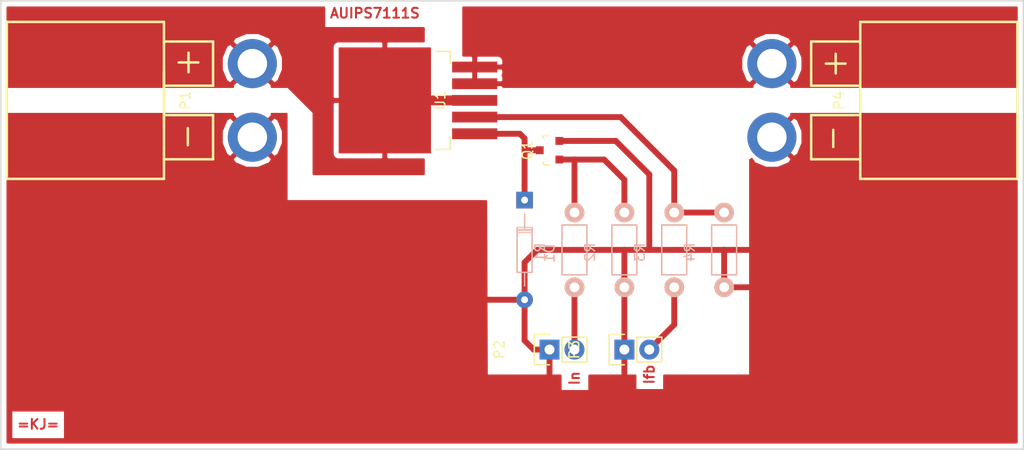
<source format=kicad_pcb>
(kicad_pcb (version 4) (host pcbnew 4.0.4+e1-6308~48~ubuntu16.04.1-stable)

  (general
    (links 19)
    (no_connects 5)
    (area 91.364999 114.224999 195.655001 160.095001)
    (thickness 1.6)
    (drawings 8)
    (tracks 38)
    (zones 0)
    (modules 11)
    (nets 9)
  )

  (page A4)
  (layers
    (0 F.Cu signal)
    (31 B.Cu signal)
    (32 B.Adhes user)
    (33 F.Adhes user)
    (34 B.Paste user)
    (35 F.Paste user)
    (36 B.SilkS user)
    (37 F.SilkS user)
    (38 B.Mask user)
    (39 F.Mask user)
    (40 Dwgs.User user)
    (41 Cmts.User user)
    (42 Eco1.User user)
    (43 Eco2.User user)
    (44 Edge.Cuts user)
    (45 Margin user)
    (46 B.CrtYd user)
    (47 F.CrtYd user)
    (48 B.Fab user)
    (49 F.Fab user)
  )

  (setup
    (last_trace_width 0.6)
    (user_trace_width 0.4)
    (user_trace_width 0.5)
    (user_trace_width 0.6)
    (user_trace_width 1)
    (user_trace_width 2)
    (user_trace_width 3)
    (user_trace_width 4)
    (user_trace_width 5)
    (trace_clearance 0.2)
    (zone_clearance 0.508)
    (zone_45_only no)
    (trace_min 0.2)
    (segment_width 0.2)
    (edge_width 0.15)
    (via_size 0.6)
    (via_drill 0.4)
    (via_min_size 0.4)
    (via_min_drill 0.3)
    (uvia_size 0.3)
    (uvia_drill 0.1)
    (uvias_allowed no)
    (uvia_min_size 0.2)
    (uvia_min_drill 0.1)
    (pcb_text_width 0.3)
    (pcb_text_size 1.5 1.5)
    (mod_edge_width 0.15)
    (mod_text_size 1 1)
    (mod_text_width 0.15)
    (pad_size 1.524 1.524)
    (pad_drill 0.762)
    (pad_to_mask_clearance 0.2)
    (aux_axis_origin 0 0)
    (visible_elements FFFCFF7F)
    (pcbplotparams
      (layerselection 0x01000_00000001)
      (usegerberextensions false)
      (excludeedgelayer true)
      (linewidth 0.100000)
      (plotframeref false)
      (viasonmask false)
      (mode 1)
      (useauxorigin false)
      (hpglpennumber 1)
      (hpglpenspeed 20)
      (hpglpendiameter 15)
      (hpglpenoverlay 2)
      (psnegative false)
      (psa4output false)
      (plotreference true)
      (plotvalue true)
      (plotinvisibletext false)
      (padsonsilk false)
      (subtractmaskfromsilk false)
      (outputformat 1)
      (mirror false)
      (drillshape 0)
      (scaleselection 1)
      (outputdirectory ../../../../media/mdh/KINGSTON/))
  )

  (net 0 "")
  (net 1 "Net-(D1-Pad1)")
  (net 2 "Net-(Q1-Pad1)")
  (net 3 "Net-(R3-Pad1)")
  (net 4 GND)
  (net 5 VCC)
  (net 6 /In)
  (net 7 /Current_fb)
  (net 8 /Out)

  (net_class Default "This is the default net class."
    (clearance 0.2)
    (trace_width 0.25)
    (via_dia 0.6)
    (via_drill 0.4)
    (uvia_dia 0.3)
    (uvia_drill 0.1)
    (add_net /Current_fb)
    (add_net /In)
    (add_net /Out)
    (add_net GND)
    (add_net "Net-(D1-Pad1)")
    (add_net "Net-(Q1-Pad1)")
    (add_net "Net-(R3-Pad1)")
    (add_net VCC)
  )

  (module KiCad-Dev:CONN_XT60_Male1_Horizontal (layer F.Cu) (tedit 5831C3AB) (tstamp 58357207)
    (at 99.06 124.46 270)
    (tags "XT60 conn")
    (path /583573FC)
    (fp_text reference P1 (at 0 -11.176 270) (layer F.SilkS)
      (effects (font (size 1 1) (thickness 0.15)))
    )
    (fp_text value CONN_XT60_Male (at 0.06 -5 270) (layer F.Fab)
      (effects (font (size 1 1) (thickness 0.15)))
    )
    (fp_line (start -3.87 -12.5) (end -3.87 -10.5) (layer F.SilkS) (width 0.254))
    (fp_line (start 2.822 -11.43) (end 4.572 -11.43) (layer F.SilkS) (width 0.254))
    (fp_line (start -4.87 -11.5) (end -2.87 -11.5) (layer F.SilkS) (width 0.254))
    (fp_line (start 6 -14) (end 6 -9) (layer F.SilkS) (width 0.254))
    (fp_line (start 1.5 -14) (end 6 -14) (layer F.SilkS) (width 0.254))
    (fp_line (start 1.5 -9) (end 1.5 -14) (layer F.SilkS) (width 0.254))
    (fp_line (start -3 -9) (end 2 -9) (layer F.SilkS) (width 0.254))
    (fp_line (start -1.5 -14) (end -1.5 -9) (layer F.SilkS) (width 0.254))
    (fp_line (start -6 -14) (end -1.5 -14) (layer F.SilkS) (width 0.254))
    (fp_line (start -6 -9) (end -6 -14) (layer F.SilkS) (width 0.254))
    (fp_line (start -8 -9) (end 8 -9) (layer F.SilkS) (width 0.254))
    (fp_line (start -8 7) (end 8 7) (layer F.SilkS) (width 0.254))
    (fp_line (start -8 -9) (end -8 7) (layer F.SilkS) (width 0.254))
    (fp_line (start 8 -9) (end 8 7) (layer F.SilkS) (width 0.254))
    (pad 1 thru_hole circle (at 3.75 -18 270) (size 5 5) (drill 3) (layers *.Cu *.Mask)
      (net 4 GND))
    (pad 2 thru_hole circle (at -3.75 -18 270) (size 5 5) (drill 3) (layers *.Cu *.Mask)
      (net 5 VCC))
  )

  (module Pin_Headers:Pin_Header_Straight_1x02 (layer F.Cu) (tedit 54EA090C) (tstamp 5835720D)
    (at 147.32 149.86 90)
    (descr "Through hole pin header")
    (tags "pin header")
    (path /5835785D)
    (fp_text reference P2 (at 0 -5.1 90) (layer F.SilkS)
      (effects (font (size 1 1) (thickness 0.15)))
    )
    (fp_text value CONN_01X02 (at 0 -3.1 90) (layer F.Fab)
      (effects (font (size 1 1) (thickness 0.15)))
    )
    (fp_line (start 1.27 1.27) (end 1.27 3.81) (layer F.SilkS) (width 0.15))
    (fp_line (start 1.55 -1.55) (end 1.55 0) (layer F.SilkS) (width 0.15))
    (fp_line (start -1.75 -1.75) (end -1.75 4.3) (layer F.CrtYd) (width 0.05))
    (fp_line (start 1.75 -1.75) (end 1.75 4.3) (layer F.CrtYd) (width 0.05))
    (fp_line (start -1.75 -1.75) (end 1.75 -1.75) (layer F.CrtYd) (width 0.05))
    (fp_line (start -1.75 4.3) (end 1.75 4.3) (layer F.CrtYd) (width 0.05))
    (fp_line (start 1.27 1.27) (end -1.27 1.27) (layer F.SilkS) (width 0.15))
    (fp_line (start -1.55 0) (end -1.55 -1.55) (layer F.SilkS) (width 0.15))
    (fp_line (start -1.55 -1.55) (end 1.55 -1.55) (layer F.SilkS) (width 0.15))
    (fp_line (start -1.27 1.27) (end -1.27 3.81) (layer F.SilkS) (width 0.15))
    (fp_line (start -1.27 3.81) (end 1.27 3.81) (layer F.SilkS) (width 0.15))
    (pad 1 thru_hole rect (at 0 0 90) (size 2.032 2.032) (drill 1.016) (layers *.Cu *.Mask)
      (net 4 GND))
    (pad 2 thru_hole oval (at 0 2.54 90) (size 2.032 2.032) (drill 1.016) (layers *.Cu *.Mask)
      (net 6 /In))
    (model Pin_Headers.3dshapes/Pin_Header_Straight_1x02.wrl
      (at (xyz 0 -0.05 0))
      (scale (xyz 1 1 1))
      (rotate (xyz 0 0 90))
    )
  )

  (module Pin_Headers:Pin_Header_Straight_1x02 (layer F.Cu) (tedit 54EA090C) (tstamp 58357213)
    (at 154.94 149.86 90)
    (descr "Through hole pin header")
    (tags "pin header")
    (path /58357B73)
    (fp_text reference P3 (at 0 -5.1 90) (layer F.SilkS)
      (effects (font (size 1 1) (thickness 0.15)))
    )
    (fp_text value CONN_01X02 (at 0 -3.1 90) (layer F.Fab)
      (effects (font (size 1 1) (thickness 0.15)))
    )
    (fp_line (start 1.27 1.27) (end 1.27 3.81) (layer F.SilkS) (width 0.15))
    (fp_line (start 1.55 -1.55) (end 1.55 0) (layer F.SilkS) (width 0.15))
    (fp_line (start -1.75 -1.75) (end -1.75 4.3) (layer F.CrtYd) (width 0.05))
    (fp_line (start 1.75 -1.75) (end 1.75 4.3) (layer F.CrtYd) (width 0.05))
    (fp_line (start -1.75 -1.75) (end 1.75 -1.75) (layer F.CrtYd) (width 0.05))
    (fp_line (start -1.75 4.3) (end 1.75 4.3) (layer F.CrtYd) (width 0.05))
    (fp_line (start 1.27 1.27) (end -1.27 1.27) (layer F.SilkS) (width 0.15))
    (fp_line (start -1.55 0) (end -1.55 -1.55) (layer F.SilkS) (width 0.15))
    (fp_line (start -1.55 -1.55) (end 1.55 -1.55) (layer F.SilkS) (width 0.15))
    (fp_line (start -1.27 1.27) (end -1.27 3.81) (layer F.SilkS) (width 0.15))
    (fp_line (start -1.27 3.81) (end 1.27 3.81) (layer F.SilkS) (width 0.15))
    (pad 1 thru_hole rect (at 0 0 90) (size 2.032 2.032) (drill 1.016) (layers *.Cu *.Mask)
      (net 4 GND))
    (pad 2 thru_hole oval (at 0 2.54 90) (size 2.032 2.032) (drill 1.016) (layers *.Cu *.Mask)
      (net 7 /Current_fb))
    (model Pin_Headers.3dshapes/Pin_Header_Straight_1x02.wrl
      (at (xyz 0 -0.05 0))
      (scale (xyz 1 1 1))
      (rotate (xyz 0 0 90))
    )
  )

  (module KiCad-Dev:CONN_XT60_Female_Horizontal (layer F.Cu) (tedit 5831A673) (tstamp 58357219)
    (at 187.96 124.46 90)
    (tags "XT60 conn")
    (path /58357307)
    (fp_text reference P4 (at 0 -11.176 90) (layer F.SilkS)
      (effects (font (size 1 1) (thickness 0.15)))
    )
    (fp_text value CONN_XT60_Female (at 0.06 -5 90) (layer F.Fab)
      (effects (font (size 1 1) (thickness 0.15)))
    )
    (fp_line (start 3.75 -12.5) (end 3.75 -10.5) (layer F.SilkS) (width 0.254))
    (fp_line (start -4.75 -11.75) (end -3 -11.75) (layer F.SilkS) (width 0.254))
    (fp_line (start 2.75 -11.5) (end 4.75 -11.5) (layer F.SilkS) (width 0.254))
    (fp_line (start 6 -14) (end 6 -9) (layer F.SilkS) (width 0.254))
    (fp_line (start 1.5 -14) (end 6 -14) (layer F.SilkS) (width 0.254))
    (fp_line (start 1.5 -9) (end 1.5 -14) (layer F.SilkS) (width 0.254))
    (fp_line (start -3 -9) (end 2 -9) (layer F.SilkS) (width 0.254))
    (fp_line (start -1.5 -14) (end -1.5 -9) (layer F.SilkS) (width 0.254))
    (fp_line (start -6 -14) (end -1.5 -14) (layer F.SilkS) (width 0.254))
    (fp_line (start -6 -9) (end -6 -14) (layer F.SilkS) (width 0.254))
    (fp_line (start -8 -9) (end 8 -9) (layer F.SilkS) (width 0.254))
    (fp_line (start -8 7) (end 8 7) (layer F.SilkS) (width 0.254))
    (fp_line (start -8 -9) (end -8 7) (layer F.SilkS) (width 0.254))
    (fp_line (start 8 -9) (end 8 7) (layer F.SilkS) (width 0.254))
    (pad 2 thru_hole circle (at 3.75 -18 90) (size 5 5) (drill 3) (layers *.Cu *.Mask)
      (net 8 /Out))
    (pad 1 thru_hole circle (at -3.75 -18 90) (size 5 5) (drill 3) (layers *.Cu *.Mask)
      (net 4 GND))
  )

  (module TO_SOT_Packages_SMD:SOT-23 (layer F.Cu) (tedit 553634F8) (tstamp 58357220)
    (at 147.32 129.54 90)
    (descr "SOT-23, Standard")
    (tags SOT-23)
    (path /58358AEB)
    (attr smd)
    (fp_text reference Q1 (at 0 -2.25 90) (layer F.SilkS)
      (effects (font (size 1 1) (thickness 0.15)))
    )
    (fp_text value BC847CE6327HTSA1 (at 0 2.3 90) (layer F.Fab)
      (effects (font (size 1 1) (thickness 0.15)))
    )
    (fp_line (start -1.65 -1.6) (end 1.65 -1.6) (layer F.CrtYd) (width 0.05))
    (fp_line (start 1.65 -1.6) (end 1.65 1.6) (layer F.CrtYd) (width 0.05))
    (fp_line (start 1.65 1.6) (end -1.65 1.6) (layer F.CrtYd) (width 0.05))
    (fp_line (start -1.65 1.6) (end -1.65 -1.6) (layer F.CrtYd) (width 0.05))
    (fp_line (start 1.29916 -0.65024) (end 1.2509 -0.65024) (layer F.SilkS) (width 0.15))
    (fp_line (start -1.49982 0.0508) (end -1.49982 -0.65024) (layer F.SilkS) (width 0.15))
    (fp_line (start -1.49982 -0.65024) (end -1.2509 -0.65024) (layer F.SilkS) (width 0.15))
    (fp_line (start 1.29916 -0.65024) (end 1.49982 -0.65024) (layer F.SilkS) (width 0.15))
    (fp_line (start 1.49982 -0.65024) (end 1.49982 0.0508) (layer F.SilkS) (width 0.15))
    (pad 1 smd rect (at -0.95 1.00076 90) (size 0.8001 0.8001) (layers F.Cu F.Paste F.Mask)
      (net 2 "Net-(Q1-Pad1)"))
    (pad 2 smd rect (at 0.95 1.00076 90) (size 0.8001 0.8001) (layers F.Cu F.Paste F.Mask)
      (net 4 GND))
    (pad 3 smd rect (at 0 -0.99822 90) (size 0.8001 0.8001) (layers F.Cu F.Paste F.Mask)
      (net 1 "Net-(D1-Pad1)"))
    (model TO_SOT_Packages_SMD.3dshapes/SOT-23.wrl
      (at (xyz 0 0 0))
      (scale (xyz 1 1 1))
      (rotate (xyz 0 0 0))
    )
  )

  (module TO_SOT_Packages_SMD:TO-263-5Lead (layer F.Cu) (tedit 55D39254) (tstamp 58357242)
    (at 139.7 124.46 180)
    (descr "D2PAK / TO-263 3-lead smd package")
    (tags "D2PAK D2PAK-3 TO-263AB TO-263")
    (path /583564EC)
    (attr smd)
    (fp_text reference U1 (at 3.5 0 270) (layer F.SilkS)
      (effects (font (size 1 1) (thickness 0.15)))
    )
    (fp_text value AUIPS7111S (at 15.25 -0.25 270) (layer F.Fab)
      (effects (font (size 1 1) (thickness 0.15)))
    )
    (fp_line (start 14.1 5.65) (end -2.55 5.65) (layer F.CrtYd) (width 0.05))
    (fp_line (start 14.1 -5.65) (end 14.1 5.65) (layer F.CrtYd) (width 0.05))
    (fp_line (start 14.1 -5.65) (end -2.55 -5.65) (layer F.CrtYd) (width 0.05))
    (fp_line (start -2.55 -5.65) (end -2.55 5.65) (layer F.CrtYd) (width 0.05))
    (fp_line (start 2.5 5) (end 2.5 3.75) (layer F.SilkS) (width 0.15))
    (fp_line (start 2.5 5) (end 4 5) (layer F.SilkS) (width 0.15))
    (fp_line (start 2.5 -5) (end 4 -5) (layer F.SilkS) (width 0.15))
    (fp_line (start 2.5 -5) (end 2.5 -3.75) (layer F.SilkS) (width 0.15))
    (pad 5 smd rect (at 0 3.4 180) (size 4.6 1.1) (layers F.Cu F.Paste F.Mask)
      (net 8 /Out))
    (pad 4 smd rect (at 0 1.7 180) (size 4.6 1.1) (layers F.Cu F.Paste F.Mask)
      (net 8 /Out))
    (pad 2 smd rect (at 0 -1.7 180) (size 4.6 1.1) (layers F.Cu F.Paste F.Mask)
      (net 3 "Net-(R3-Pad1)"))
    (pad 3 smd rect (at 9.15 0 180) (size 9.4 10.8) (layers F.Cu F.Paste F.Mask)
      (net 5 VCC))
    (pad 3 smd rect (at 0 0 180) (size 4.6 1.1) (layers F.Cu F.Paste F.Mask)
      (net 5 VCC))
    (pad 1 smd rect (at 0 -3.4 180) (size 4.6 1.1) (layers F.Cu F.Paste F.Mask)
      (net 1 "Net-(D1-Pad1)"))
    (model TO_SOT_Packages_SMD.3dshapes/TO-263-5Lead.wrl
      (at (xyz 0 0 0))
      (scale (xyz 1 1 1))
      (rotate (xyz 0 0 90))
    )
  )

  (module Diodes_ThroughHole:Diode_DO-35_SOD27_Horizontal_RM10 (layer B.Cu) (tedit 552FFC30) (tstamp 5835739A)
    (at 144.78254 134.619329 270)
    (descr "Diode, DO-35,  SOD27, Horizontal, RM 10mm")
    (tags "Diode, DO-35, SOD27, Horizontal, RM 10mm, 1N4148,")
    (path /58356FF0)
    (fp_text reference D1 (at 5.43052 -2.53746 270) (layer B.SilkS)
      (effects (font (size 1 1) (thickness 0.15)) (justify mirror))
    )
    (fp_text value D (at 4.41452 3.55854 270) (layer B.Fab)
      (effects (font (size 1 1) (thickness 0.15)) (justify mirror))
    )
    (fp_line (start 7.36652 0.00254) (end 8.76352 0.00254) (layer B.SilkS) (width 0.15))
    (fp_line (start 2.92152 0.00254) (end 1.39752 0.00254) (layer B.SilkS) (width 0.15))
    (fp_line (start 3.30252 0.76454) (end 3.30252 -0.75946) (layer B.SilkS) (width 0.15))
    (fp_line (start 3.04852 0.76454) (end 3.04852 -0.75946) (layer B.SilkS) (width 0.15))
    (fp_line (start 2.79452 0.00254) (end 2.79452 -0.75946) (layer B.SilkS) (width 0.15))
    (fp_line (start 2.79452 -0.75946) (end 7.36652 -0.75946) (layer B.SilkS) (width 0.15))
    (fp_line (start 7.36652 -0.75946) (end 7.36652 0.76454) (layer B.SilkS) (width 0.15))
    (fp_line (start 7.36652 0.76454) (end 2.79452 0.76454) (layer B.SilkS) (width 0.15))
    (fp_line (start 2.79452 0.76454) (end 2.79452 0.00254) (layer B.SilkS) (width 0.15))
    (pad 2 thru_hole circle (at 10.16052 0.00254 90) (size 1.69926 1.69926) (drill 0.70104) (layers *.Cu *.Mask)
      (net 4 GND))
    (pad 1 thru_hole rect (at 0.00052 0.00254 90) (size 1.69926 1.69926) (drill 0.70104) (layers *.Cu *.Mask)
      (net 1 "Net-(D1-Pad1)"))
    (model Diodes_ThroughHole.3dshapes/Diode_DO-35_SOD27_Horizontal_RM10.wrl
      (at (xyz 0.2 0 0))
      (scale (xyz 0.4 0.4 0.4))
      (rotate (xyz 0 0 180))
    )
  )

  (module Resistors_ThroughHole:Resistor_Horizontal_RM7mm (layer B.Cu) (tedit 569FCF07) (tstamp 5835739F)
    (at 149.86 135.89 270)
    (descr "Resistor, Axial,  RM 7.62mm, 1/3W,")
    (tags "Resistor Axial RM 7.62mm 1/3W R3")
    (path /58358099)
    (fp_text reference R1 (at 4.05892 3.50012 270) (layer B.SilkS)
      (effects (font (size 1 1) (thickness 0.15)) (justify mirror))
    )
    (fp_text value 4.7k (at 3.81 -3.81 270) (layer B.Fab)
      (effects (font (size 1 1) (thickness 0.15)) (justify mirror))
    )
    (fp_line (start -1.25 1.5) (end 8.85 1.5) (layer B.CrtYd) (width 0.05))
    (fp_line (start -1.25 -1.5) (end -1.25 1.5) (layer B.CrtYd) (width 0.05))
    (fp_line (start 8.85 1.5) (end 8.85 -1.5) (layer B.CrtYd) (width 0.05))
    (fp_line (start -1.25 -1.5) (end 8.85 -1.5) (layer B.CrtYd) (width 0.05))
    (fp_line (start 1.27 1.27) (end 6.35 1.27) (layer B.SilkS) (width 0.15))
    (fp_line (start 6.35 1.27) (end 6.35 -1.27) (layer B.SilkS) (width 0.15))
    (fp_line (start 6.35 -1.27) (end 1.27 -1.27) (layer B.SilkS) (width 0.15))
    (fp_line (start 1.27 -1.27) (end 1.27 1.27) (layer B.SilkS) (width 0.15))
    (pad 1 thru_hole circle (at 0 0 270) (size 1.99898 1.99898) (drill 1.00076) (layers *.Cu *.SilkS *.Mask)
      (net 2 "Net-(Q1-Pad1)"))
    (pad 2 thru_hole circle (at 7.62 0 270) (size 1.99898 1.99898) (drill 1.00076) (layers *.Cu *.SilkS *.Mask)
      (net 6 /In))
  )

  (module Resistors_ThroughHole:Resistor_Horizontal_RM7mm (layer B.Cu) (tedit 569FCF07) (tstamp 583573A4)
    (at 154.94 135.89 270)
    (descr "Resistor, Axial,  RM 7.62mm, 1/3W,")
    (tags "Resistor Axial RM 7.62mm 1/3W R3")
    (path /583570F7)
    (fp_text reference R2 (at 4.05892 3.50012 270) (layer B.SilkS)
      (effects (font (size 1 1) (thickness 0.15)) (justify mirror))
    )
    (fp_text value 4.7k (at 3.81 -3.81 270) (layer B.Fab)
      (effects (font (size 1 1) (thickness 0.15)) (justify mirror))
    )
    (fp_line (start -1.25 1.5) (end 8.85 1.5) (layer B.CrtYd) (width 0.05))
    (fp_line (start -1.25 -1.5) (end -1.25 1.5) (layer B.CrtYd) (width 0.05))
    (fp_line (start 8.85 1.5) (end 8.85 -1.5) (layer B.CrtYd) (width 0.05))
    (fp_line (start -1.25 -1.5) (end 8.85 -1.5) (layer B.CrtYd) (width 0.05))
    (fp_line (start 1.27 1.27) (end 6.35 1.27) (layer B.SilkS) (width 0.15))
    (fp_line (start 6.35 1.27) (end 6.35 -1.27) (layer B.SilkS) (width 0.15))
    (fp_line (start 6.35 -1.27) (end 1.27 -1.27) (layer B.SilkS) (width 0.15))
    (fp_line (start 1.27 -1.27) (end 1.27 1.27) (layer B.SilkS) (width 0.15))
    (pad 1 thru_hole circle (at 0 0 270) (size 1.99898 1.99898) (drill 1.00076) (layers *.Cu *.SilkS *.Mask)
      (net 2 "Net-(Q1-Pad1)"))
    (pad 2 thru_hole circle (at 7.62 0 270) (size 1.99898 1.99898) (drill 1.00076) (layers *.Cu *.SilkS *.Mask)
      (net 4 GND))
  )

  (module Resistors_ThroughHole:Resistor_Horizontal_RM7mm (layer B.Cu) (tedit 569FCF07) (tstamp 583573A9)
    (at 160.02 135.889849 270)
    (descr "Resistor, Axial,  RM 7.62mm, 1/3W,")
    (tags "Resistor Axial RM 7.62mm 1/3W R3")
    (path /58357DFE)
    (fp_text reference R3 (at 4.05892 3.50012 270) (layer B.SilkS)
      (effects (font (size 1 1) (thickness 0.15)) (justify mirror))
    )
    (fp_text value 10k (at 3.81 -3.81 270) (layer B.Fab)
      (effects (font (size 1 1) (thickness 0.15)) (justify mirror))
    )
    (fp_line (start -1.25 1.5) (end 8.85 1.5) (layer B.CrtYd) (width 0.05))
    (fp_line (start -1.25 -1.5) (end -1.25 1.5) (layer B.CrtYd) (width 0.05))
    (fp_line (start 8.85 1.5) (end 8.85 -1.5) (layer B.CrtYd) (width 0.05))
    (fp_line (start -1.25 -1.5) (end 8.85 -1.5) (layer B.CrtYd) (width 0.05))
    (fp_line (start 1.27 1.27) (end 6.35 1.27) (layer B.SilkS) (width 0.15))
    (fp_line (start 6.35 1.27) (end 6.35 -1.27) (layer B.SilkS) (width 0.15))
    (fp_line (start 6.35 -1.27) (end 1.27 -1.27) (layer B.SilkS) (width 0.15))
    (fp_line (start 1.27 -1.27) (end 1.27 1.27) (layer B.SilkS) (width 0.15))
    (pad 1 thru_hole circle (at 0 0 270) (size 1.99898 1.99898) (drill 1.00076) (layers *.Cu *.SilkS *.Mask)
      (net 3 "Net-(R3-Pad1)"))
    (pad 2 thru_hole circle (at 7.62 0 270) (size 1.99898 1.99898) (drill 1.00076) (layers *.Cu *.SilkS *.Mask)
      (net 7 /Current_fb))
  )

  (module Resistors_ThroughHole:Resistor_Horizontal_RM7mm (layer B.Cu) (tedit 569FCF07) (tstamp 583573AE)
    (at 165.1 135.889849 270)
    (descr "Resistor, Axial,  RM 7.62mm, 1/3W,")
    (tags "Resistor Axial RM 7.62mm 1/3W R3")
    (path /58357C8A)
    (fp_text reference R4 (at 4.05892 3.50012 270) (layer B.SilkS)
      (effects (font (size 1 1) (thickness 0.15)) (justify mirror))
    )
    (fp_text value 3.3k (at 3.81 -3.81 270) (layer B.Fab)
      (effects (font (size 1 1) (thickness 0.15)) (justify mirror))
    )
    (fp_line (start -1.25 1.5) (end 8.85 1.5) (layer B.CrtYd) (width 0.05))
    (fp_line (start -1.25 -1.5) (end -1.25 1.5) (layer B.CrtYd) (width 0.05))
    (fp_line (start 8.85 1.5) (end 8.85 -1.5) (layer B.CrtYd) (width 0.05))
    (fp_line (start -1.25 -1.5) (end 8.85 -1.5) (layer B.CrtYd) (width 0.05))
    (fp_line (start 1.27 1.27) (end 6.35 1.27) (layer B.SilkS) (width 0.15))
    (fp_line (start 6.35 1.27) (end 6.35 -1.27) (layer B.SilkS) (width 0.15))
    (fp_line (start 6.35 -1.27) (end 1.27 -1.27) (layer B.SilkS) (width 0.15))
    (fp_line (start 1.27 -1.27) (end 1.27 1.27) (layer B.SilkS) (width 0.15))
    (pad 1 thru_hole circle (at 0 0 270) (size 1.99898 1.99898) (drill 1.00076) (layers *.Cu *.SilkS *.Mask)
      (net 3 "Net-(R3-Pad1)"))
    (pad 2 thru_hole circle (at 7.62 0 270) (size 1.99898 1.99898) (drill 1.00076) (layers *.Cu *.SilkS *.Mask)
      (net 4 GND))
  )

  (gr_text =KJ= (at 95.25 157.48) (layer F.Cu) (tstamp 58357A1C)
    (effects (font (size 1 1) (thickness 0.2)))
  )
  (gr_text Ifb (at 157.48 152.4 90) (layer F.Cu) (tstamp 583579CA)
    (effects (font (size 1 1) (thickness 0.2)))
  )
  (gr_text "In " (at 149.86 152.4 90) (layer F.Cu) (tstamp 583579BE)
    (effects (font (size 1 1) (thickness 0.2)))
  )
  (gr_text AUIPS7111S (at 129.54 115.57) (layer F.Cu)
    (effects (font (size 1 1) (thickness 0.2)))
  )
  (gr_line (start 91.44 160.02) (end 91.44 114.3) (layer Edge.Cuts) (width 0.15))
  (gr_line (start 195.58 160.02) (end 91.44 160.02) (layer Edge.Cuts) (width 0.15))
  (gr_line (start 195.58 114.3) (end 195.58 160.02) (layer Edge.Cuts) (width 0.15))
  (gr_line (start 91.44 114.3) (end 195.58 114.3) (layer Edge.Cuts) (width 0.15))

  (segment (start 146.32178 129.54) (end 144.78 129.54) (width 0.6) (layer F.Cu) (net 1))
  (segment (start 139.7 127.86) (end 144.304386 127.86) (width 0.6) (layer F.Cu) (net 1))
  (segment (start 144.304386 127.86) (end 144.78 128.335614) (width 0.6) (layer F.Cu) (net 1))
  (segment (start 144.78 128.335614) (end 144.78 133.170219) (width 0.6) (layer F.Cu) (net 1))
  (segment (start 144.78 133.170219) (end 144.78 134.619849) (width 0.6) (layer F.Cu) (net 1))
  (segment (start 152.878988 130.49) (end 149.86 130.49) (width 0.6) (layer F.Cu) (net 2))
  (segment (start 149.86 135.889849) (end 149.86 130.49) (width 0.6) (layer F.Cu) (net 2))
  (segment (start 149.86 130.49) (end 148.32076 130.49) (width 0.6) (layer F.Cu) (net 2))
  (segment (start 154.94 135.889849) (end 154.94 132.551012) (width 0.6) (layer F.Cu) (net 2))
  (segment (start 154.94 132.551012) (end 152.878988 130.49) (width 0.6) (layer F.Cu) (net 2))
  (segment (start 165.1 135.889849) (end 160.02 135.889849) (width 0.6) (layer F.Cu) (net 3))
  (segment (start 139.7 126.16) (end 154.56219 126.16) (width 0.6) (layer F.Cu) (net 3))
  (segment (start 154.56219 126.16) (end 160.02 131.61781) (width 0.6) (layer F.Cu) (net 3))
  (segment (start 160.02 131.61781) (end 160.02 135.889849) (width 0.6) (layer F.Cu) (net 3))
  (segment (start 165.1 143.509849) (end 170.179849 143.509849) (width 0.6) (layer F.Cu) (net 4))
  (segment (start 154.94 149.86) (end 154.94 153.67) (width 0.6) (layer F.Cu) (net 4))
  (segment (start 147.32 149.86) (end 147.32 153.67) (width 0.6) (layer F.Cu) (net 4))
  (segment (start 144.78 144.779849) (end 139.700151 144.779849) (width 0.6) (layer F.Cu) (net 4))
  (segment (start 154.94 139.7) (end 157.48 139.7) (width 0.6) (layer F.Cu) (net 4))
  (segment (start 157.48 132.007051) (end 157.48 139.7) (width 0.6) (layer F.Cu) (net 4))
  (segment (start 157.48 139.7) (end 165.1 139.7) (width 0.6) (layer F.Cu) (net 4))
  (segment (start 146.05 139.7) (end 154.94 139.7) (width 0.6) (layer F.Cu) (net 4))
  (segment (start 154.94 143.51) (end 154.94 139.7) (width 0.6) (layer F.Cu) (net 4))
  (segment (start 165.1 139.7) (end 167.64 139.7) (width 0.6) (layer F.Cu) (net 4))
  (segment (start 165.1 143.509849) (end 165.1 139.7) (width 0.6) (layer F.Cu) (net 4))
  (segment (start 144.78 144.779849) (end 144.78 140.97) (width 0.6) (layer F.Cu) (net 4))
  (segment (start 144.78 140.97) (end 146.05 139.7) (width 0.6) (layer F.Cu) (net 4))
  (segment (start 148.32076 128.59) (end 154.062949 128.59) (width 0.6) (layer F.Cu) (net 4))
  (segment (start 154.062949 128.59) (end 157.48 132.007051) (width 0.6) (layer F.Cu) (net 4))
  (segment (start 154.94 143.51) (end 154.94 149.86) (width 0.6) (layer F.Cu) (net 4))
  (segment (start 144.78 144.779849) (end 144.78 148.936) (width 0.6) (layer F.Cu) (net 4))
  (segment (start 145.704 149.86) (end 147.32 149.86) (width 0.6) (layer F.Cu) (net 4))
  (segment (start 144.78 148.936) (end 145.704 149.86) (width 0.6) (layer F.Cu) (net 4))
  (segment (start 139.7 124.46) (end 130.55 124.46) (width 1) (layer F.Cu) (net 5))
  (segment (start 149.86 143.51) (end 149.86 149.86) (width 0.6) (layer F.Cu) (net 6))
  (segment (start 160.02 143.509849) (end 160.02 147.32) (width 0.6) (layer F.Cu) (net 7))
  (segment (start 160.02 147.32) (end 157.48 149.86) (width 0.6) (layer F.Cu) (net 7))
  (segment (start 169.96 120.71) (end 169.61 121.06) (width 1) (layer F.Cu) (net 8))

  (zone (net 8) (net_name /Out) (layer F.Cu) (tstamp 0) (hatch edge 0.508)
    (connect_pads (clearance 0.508))
    (min_thickness 0.254)
    (fill yes (arc_segments 16) (thermal_gap 0.508) (thermal_bridge_width 0.508))
    (polygon
      (pts
        (xy 138.43 114.3) (xy 195.58 114.3) (xy 195.58 123.19) (xy 138.43 123.19)
      )
    )
    (filled_polygon
      (pts
        (xy 194.87 123.063) (xy 171.938221 123.063) (xy 172.016275 122.94588) (xy 169.96 120.889605) (xy 167.903725 122.94588)
        (xy 167.981779 123.063) (xy 142.635 123.063) (xy 142.635 123.04575) (xy 142.47625 122.887) (xy 139.827 122.887)
        (xy 139.827 122.907) (xy 139.573 122.907) (xy 139.573 122.887) (xy 139.553 122.887) (xy 139.553 122.633)
        (xy 139.573 122.633) (xy 139.573 121.187) (xy 139.827 121.187) (xy 139.827 122.633) (xy 142.47625 122.633)
        (xy 142.635 122.47425) (xy 142.635 122.08369) (xy 142.563055 121.91) (xy 142.635 121.73631) (xy 142.635 121.34575)
        (xy 142.47625 121.187) (xy 139.827 121.187) (xy 139.573 121.187) (xy 139.553 121.187) (xy 139.553 120.933)
        (xy 139.573 120.933) (xy 139.573 120.03375) (xy 139.827 120.03375) (xy 139.827 120.933) (xy 142.47625 120.933)
        (xy 142.635 120.77425) (xy 142.635 120.38369) (xy 142.538327 120.150301) (xy 142.475918 120.087892) (xy 166.824706 120.087892)
        (xy 166.825295 121.335072) (xy 167.301436 122.484579) (xy 167.72412 122.766275) (xy 169.780395 120.71) (xy 170.139605 120.71)
        (xy 172.19588 122.766275) (xy 172.618564 122.484579) (xy 173.095294 121.332108) (xy 173.094705 120.084928) (xy 172.618564 118.935421)
        (xy 172.19588 118.653725) (xy 170.139605 120.71) (xy 169.780395 120.71) (xy 167.72412 118.653725) (xy 167.301436 118.935421)
        (xy 166.824706 120.087892) (xy 142.475918 120.087892) (xy 142.359698 119.971673) (xy 142.126309 119.875) (xy 139.98575 119.875)
        (xy 139.827 120.03375) (xy 139.573 120.03375) (xy 139.41425 119.875) (xy 138.557 119.875) (xy 138.557 118.47412)
        (xy 167.903725 118.47412) (xy 169.96 120.530395) (xy 172.016275 118.47412) (xy 171.734579 118.051436) (xy 170.582108 117.574706)
        (xy 169.334928 117.575295) (xy 168.185421 118.051436) (xy 167.903725 118.47412) (xy 138.557 118.47412) (xy 138.557 115.01)
        (xy 194.87 115.01)
      )
    )
  )
  (zone (net 5) (net_name VCC) (layer F.Cu) (tstamp 0) (hatch edge 0.508)
    (connect_pads (clearance 0.508))
    (min_thickness 0.254)
    (fill yes (arc_segments 16) (thermal_gap 0.508) (thermal_bridge_width 0.508))
    (polygon
      (pts
        (xy 91.44 123.19) (xy 120.65 123.19) (xy 123.19 125.73) (xy 123.19 132.08) (xy 134.62 132.08)
        (xy 134.62 114.3) (xy 91.44 114.3)
      )
    )
    (filled_polygon
      (pts
        (xy 124.357381 117.105) (xy 134.493 117.105) (xy 134.493 118.425) (xy 130.83575 118.425) (xy 130.677 118.58375)
        (xy 130.677 124.333) (xy 130.697 124.333) (xy 130.697 124.587) (xy 130.677 124.587) (xy 130.677 130.33625)
        (xy 130.83575 130.495) (xy 134.493 130.495) (xy 134.493 131.953) (xy 123.317 131.953) (xy 123.317 125.73)
        (xy 123.306994 125.68059) (xy 123.279803 125.640197) (xy 122.385356 124.74575) (xy 125.215 124.74575) (xy 125.215 129.98631)
        (xy 125.311673 130.219699) (xy 125.490302 130.398327) (xy 125.723691 130.495) (xy 130.26425 130.495) (xy 130.423 130.33625)
        (xy 130.423 124.587) (xy 125.37375 124.587) (xy 125.215 124.74575) (xy 122.385356 124.74575) (xy 120.739803 123.100197)
        (xy 120.697789 123.072334) (xy 120.65 123.063) (xy 119.038221 123.063) (xy 119.116275 122.94588) (xy 117.06 120.889605)
        (xy 115.003725 122.94588) (xy 115.081779 123.063) (xy 92.15 123.063) (xy 92.15 120.087892) (xy 113.924706 120.087892)
        (xy 113.925295 121.335072) (xy 114.401436 122.484579) (xy 114.82412 122.766275) (xy 116.880395 120.71) (xy 117.239605 120.71)
        (xy 119.29588 122.766275) (xy 119.718564 122.484579) (xy 120.195294 121.332108) (xy 120.194705 120.084928) (xy 119.718564 118.935421)
        (xy 119.715967 118.93369) (xy 125.215 118.93369) (xy 125.215 124.17425) (xy 125.37375 124.333) (xy 130.423 124.333)
        (xy 130.423 118.58375) (xy 130.26425 118.425) (xy 125.723691 118.425) (xy 125.490302 118.521673) (xy 125.311673 118.700301)
        (xy 125.215 118.93369) (xy 119.715967 118.93369) (xy 119.29588 118.653725) (xy 117.239605 120.71) (xy 116.880395 120.71)
        (xy 114.82412 118.653725) (xy 114.401436 118.935421) (xy 113.924706 120.087892) (xy 92.15 120.087892) (xy 92.15 118.47412)
        (xy 115.003725 118.47412) (xy 117.06 120.530395) (xy 119.116275 118.47412) (xy 118.834579 118.051436) (xy 117.682108 117.574706)
        (xy 116.434928 117.575295) (xy 115.285421 118.051436) (xy 115.003725 118.47412) (xy 92.15 118.47412) (xy 92.15 115.01)
        (xy 124.357381 115.01)
      )
    )
  )
  (zone (net 4) (net_name GND) (layer F.Cu) (tstamp 0) (hatch edge 0.508)
    (connect_pads (clearance 0.508))
    (min_thickness 0.254)
    (fill yes (arc_segments 16) (thermal_gap 0.508) (thermal_bridge_width 0.508))
    (polygon
      (pts
        (xy 91.44 125.73) (xy 120.65 125.73) (xy 120.65 134.62) (xy 140.97 134.62) (xy 141.036431 152.4)
        (xy 167.64 152.4) (xy 167.64 125.73) (xy 195.58 125.73) (xy 195.58 160.02) (xy 91.44 160.02)
      )
    )
    (filled_polygon
      (pts
        (xy 115.003725 125.97412) (xy 117.06 128.030395) (xy 119.116275 125.97412) (xy 119.038221 125.857) (xy 120.523 125.857)
        (xy 120.523 134.62) (xy 120.533006 134.66941) (xy 120.561447 134.711035) (xy 120.603841 134.738315) (xy 120.65 134.747)
        (xy 140.843474 134.747) (xy 140.909432 152.400475) (xy 140.919622 152.449847) (xy 140.948218 152.491365) (xy 140.990714 152.518486)
        (xy 141.036431 152.527) (xy 148.425 152.527) (xy 148.425 154.106428) (xy 151.395 154.106428) (xy 151.395 152.527)
        (xy 156.045 152.527) (xy 156.045 154.01119) (xy 159.015 154.01119) (xy 159.015 152.527) (xy 167.64 152.527)
        (xy 167.68941 152.516994) (xy 167.731035 152.488553) (xy 167.758315 152.446159) (xy 167.767 152.4) (xy 167.767 130.5339)
        (xy 167.791354 130.558254) (xy 167.903726 130.445882) (xy 168.185421 130.868564) (xy 169.337892 131.345294) (xy 170.585072 131.344705)
        (xy 171.734579 130.868564) (xy 172.016275 130.44588) (xy 169.96 128.389605) (xy 169.945858 128.403748) (xy 169.766253 128.224143)
        (xy 169.780395 128.21) (xy 170.139605 128.21) (xy 172.19588 130.266275) (xy 172.618564 129.984579) (xy 173.095294 128.832108)
        (xy 173.094705 127.584928) (xy 172.618564 126.435421) (xy 172.19588 126.153725) (xy 170.139605 128.21) (xy 169.780395 128.21)
        (xy 169.766253 128.195858) (xy 169.945858 128.016253) (xy 169.96 128.030395) (xy 172.016275 125.97412) (xy 171.938221 125.857)
        (xy 194.87 125.857) (xy 194.87 159.31) (xy 92.15 159.31) (xy 92.15 156.045) (xy 92.495953 156.045)
        (xy 92.495953 159.015) (xy 98.004048 159.015) (xy 98.004048 156.045) (xy 92.495953 156.045) (xy 92.15 156.045)
        (xy 92.15 130.44588) (xy 115.003725 130.44588) (xy 115.285421 130.868564) (xy 116.437892 131.345294) (xy 117.685072 131.344705)
        (xy 118.834579 130.868564) (xy 119.116275 130.44588) (xy 117.06 128.389605) (xy 115.003725 130.44588) (xy 92.15 130.44588)
        (xy 92.15 127.587892) (xy 113.924706 127.587892) (xy 113.925295 128.835072) (xy 114.401436 129.984579) (xy 114.82412 130.266275)
        (xy 116.880395 128.21) (xy 117.239605 128.21) (xy 119.29588 130.266275) (xy 119.718564 129.984579) (xy 120.195294 128.832108)
        (xy 120.194705 127.584928) (xy 119.718564 126.435421) (xy 119.29588 126.153725) (xy 117.239605 128.21) (xy 116.880395 128.21)
        (xy 114.82412 126.153725) (xy 114.401436 126.435421) (xy 113.924706 127.587892) (xy 92.15 127.587892) (xy 92.15 125.857)
        (xy 115.081779 125.857)
      )
    )
  )
)

</source>
